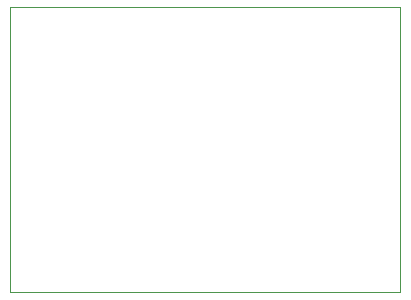
<source format=gbr>
G04 (created by PCBNEW (2013-07-07 BZR 4022)-stable) date 24/01/2014 12:39:24 p.m.*
%MOIN*%
G04 Gerber Fmt 3.4, Leading zero omitted, Abs format*
%FSLAX34Y34*%
G01*
G70*
G90*
G04 APERTURE LIST*
%ADD10C,0.00590551*%
%ADD11C,0.00393701*%
G04 APERTURE END LIST*
G54D10*
G54D11*
X63000Y-62500D02*
X76000Y-62500D01*
X63000Y-53000D02*
X76000Y-53000D01*
X76000Y-62500D02*
X76000Y-53000D01*
X63000Y-53000D02*
X63000Y-62500D01*
M02*

</source>
